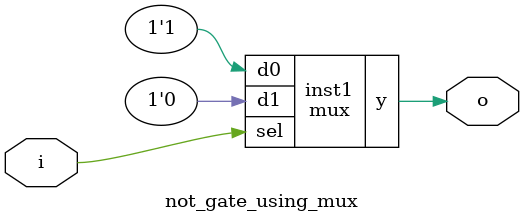
<source format=sv>

module mux
(
  input  d0, d1,
  input  sel,
  output y
);

  assign y = sel ? d1 : d0;

endmodule

//----------------------------------------------------------------------------
// Task
//----------------------------------------------------------------------------

module not_gate_using_mux
(
    input  i,
    output o
);

  // Task:
  // Implement not gate using instance(s) of mux,
  // constants 0 and 1, and wire connections

  mux inst1(
    .d0(1'b1),
    .d1(1'b0),
    .sel(i),
    .y(o)
  );

endmodule

</source>
